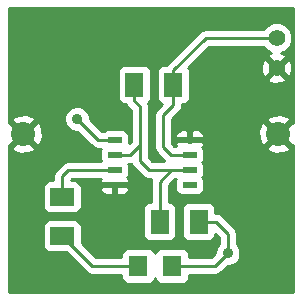
<source format=gtl>
G04 (created by PCBNEW (2013-07-07 BZR 4022)-stable) date 10/4/2013 1:03:36 AM*
%MOIN*%
G04 Gerber Fmt 3.4, Leading zero omitted, Abs format*
%FSLAX34Y34*%
G01*
G70*
G90*
G04 APERTURE LIST*
%ADD10C,0.00590551*%
%ADD11R,0.045X0.02*%
%ADD12R,0.06X0.08*%
%ADD13R,0.08X0.06*%
%ADD14C,0.055*%
%ADD15R,0.0629X0.0709*%
%ADD16C,0.08*%
%ADD17C,0.035*%
%ADD18C,0.01*%
G04 APERTURE END LIST*
G54D10*
G54D11*
X88350Y-54300D03*
X88350Y-54800D03*
X88350Y-55300D03*
X88350Y-55800D03*
X85850Y-55800D03*
X85850Y-55300D03*
X85850Y-54800D03*
X85850Y-54300D03*
G54D12*
X87350Y-57025D03*
X88650Y-57025D03*
X87810Y-52460D03*
X86510Y-52460D03*
G54D13*
X84100Y-56200D03*
X84100Y-57500D03*
G54D14*
X91250Y-51900D03*
X91250Y-50900D03*
G54D15*
X86641Y-58500D03*
X87759Y-58500D03*
G54D16*
X91300Y-54100D03*
X82800Y-54100D03*
G54D17*
X89620Y-58080D03*
X84600Y-53600D03*
G54D18*
X88650Y-57025D02*
X89225Y-57025D01*
X89200Y-58500D02*
X89620Y-58080D01*
X89200Y-58500D02*
X87759Y-58500D01*
X89620Y-57420D02*
X89620Y-58080D01*
X89225Y-57025D02*
X89620Y-57420D01*
X85850Y-54300D02*
X85300Y-54300D01*
X85300Y-54300D02*
X84600Y-53600D01*
X87810Y-52460D02*
X87810Y-51970D01*
X88880Y-50900D02*
X91250Y-50900D01*
X87810Y-51970D02*
X88880Y-50900D01*
X87810Y-52460D02*
X87810Y-53130D01*
X87720Y-54800D02*
X88350Y-54800D01*
X87460Y-54540D02*
X87720Y-54800D01*
X87460Y-53480D02*
X87460Y-54540D01*
X87810Y-53130D02*
X87460Y-53480D01*
X84100Y-56200D02*
X84100Y-55500D01*
X84300Y-55300D02*
X85850Y-55300D01*
X84100Y-55500D02*
X84300Y-55300D01*
X87350Y-57025D02*
X87350Y-55690D01*
X87350Y-55690D02*
X87740Y-55300D01*
X86680Y-54480D02*
X86680Y-55000D01*
X86980Y-55300D02*
X87740Y-55300D01*
X87740Y-55300D02*
X88350Y-55300D01*
X86680Y-55000D02*
X86980Y-55300D01*
X86510Y-52460D02*
X86510Y-53010D01*
X86360Y-54800D02*
X85850Y-54800D01*
X86680Y-54480D02*
X86360Y-54800D01*
X86680Y-53180D02*
X86680Y-54480D01*
X86510Y-53010D02*
X86680Y-53180D01*
X86641Y-58500D02*
X85100Y-58500D01*
X85100Y-58500D02*
X84100Y-57500D01*
G54D10*
G36*
X91780Y-59380D02*
X91687Y-59380D01*
X91687Y-54558D01*
X91300Y-54170D01*
X91229Y-54241D01*
X91229Y-54100D01*
X90841Y-53712D01*
X90735Y-53752D01*
X90645Y-53994D01*
X90655Y-54252D01*
X90735Y-54447D01*
X90841Y-54487D01*
X91229Y-54100D01*
X91229Y-54241D01*
X90912Y-54558D01*
X90952Y-54664D01*
X91194Y-54754D01*
X91452Y-54744D01*
X91647Y-54664D01*
X91687Y-54558D01*
X91687Y-59380D01*
X90045Y-59380D01*
X90045Y-57995D01*
X89980Y-57839D01*
X89920Y-57778D01*
X89920Y-57420D01*
X89897Y-57305D01*
X89832Y-57207D01*
X89832Y-57207D01*
X89437Y-56812D01*
X89339Y-56747D01*
X89225Y-56725D01*
X89200Y-56725D01*
X89200Y-56575D01*
X89162Y-56483D01*
X89091Y-56413D01*
X88999Y-56375D01*
X88900Y-56374D01*
X88300Y-56374D01*
X88208Y-56412D01*
X88138Y-56483D01*
X88100Y-56575D01*
X88099Y-56674D01*
X88099Y-57474D01*
X88137Y-57566D01*
X88208Y-57636D01*
X88300Y-57674D01*
X88399Y-57675D01*
X88999Y-57675D01*
X89091Y-57637D01*
X89161Y-57566D01*
X89199Y-57474D01*
X89200Y-57424D01*
X89320Y-57544D01*
X89320Y-57778D01*
X89259Y-57838D01*
X89195Y-57995D01*
X89194Y-58080D01*
X89075Y-58200D01*
X88323Y-58200D01*
X88323Y-58095D01*
X88285Y-58004D01*
X88215Y-57933D01*
X88123Y-57895D01*
X88023Y-57895D01*
X87394Y-57895D01*
X87303Y-57933D01*
X87232Y-58003D01*
X87199Y-58082D01*
X87167Y-58004D01*
X87097Y-57933D01*
X87005Y-57895D01*
X86905Y-57895D01*
X86325Y-57895D01*
X86325Y-55949D01*
X86325Y-55912D01*
X86262Y-55850D01*
X85900Y-55850D01*
X85900Y-56087D01*
X85962Y-56150D01*
X86025Y-56150D01*
X86124Y-56149D01*
X86216Y-56111D01*
X86287Y-56041D01*
X86325Y-55949D01*
X86325Y-57895D01*
X86276Y-57895D01*
X86185Y-57933D01*
X86114Y-58003D01*
X86076Y-58095D01*
X86076Y-58195D01*
X86076Y-58200D01*
X85800Y-58200D01*
X85800Y-56087D01*
X85800Y-55850D01*
X85437Y-55850D01*
X85375Y-55912D01*
X85374Y-55949D01*
X85412Y-56041D01*
X85483Y-56111D01*
X85575Y-56149D01*
X85674Y-56150D01*
X85737Y-56150D01*
X85800Y-56087D01*
X85800Y-58200D01*
X85224Y-58200D01*
X84750Y-57725D01*
X84750Y-57150D01*
X84712Y-57058D01*
X84641Y-56988D01*
X84549Y-56950D01*
X84450Y-56949D01*
X83650Y-56949D01*
X83558Y-56987D01*
X83488Y-57058D01*
X83450Y-57150D01*
X83449Y-57249D01*
X83449Y-57849D01*
X83487Y-57941D01*
X83558Y-58011D01*
X83650Y-58049D01*
X83749Y-58050D01*
X84225Y-58050D01*
X84887Y-58712D01*
X84887Y-58712D01*
X84985Y-58777D01*
X85100Y-58800D01*
X86076Y-58800D01*
X86076Y-58904D01*
X86114Y-58995D01*
X86184Y-59066D01*
X86276Y-59104D01*
X86376Y-59104D01*
X87005Y-59104D01*
X87096Y-59066D01*
X87167Y-58996D01*
X87200Y-58917D01*
X87232Y-58995D01*
X87302Y-59066D01*
X87394Y-59104D01*
X87494Y-59104D01*
X88123Y-59104D01*
X88214Y-59066D01*
X88285Y-58996D01*
X88323Y-58904D01*
X88323Y-58804D01*
X88323Y-58800D01*
X89200Y-58800D01*
X89200Y-58799D01*
X89314Y-58777D01*
X89314Y-58777D01*
X89412Y-58712D01*
X89619Y-58504D01*
X89704Y-58505D01*
X89860Y-58440D01*
X89980Y-58321D01*
X90044Y-58164D01*
X90045Y-57995D01*
X90045Y-59380D01*
X83187Y-59380D01*
X83187Y-54558D01*
X82800Y-54170D01*
X82412Y-54558D01*
X82452Y-54664D01*
X82694Y-54754D01*
X82952Y-54744D01*
X83147Y-54664D01*
X83187Y-54558D01*
X83187Y-59380D01*
X82319Y-59380D01*
X82319Y-54479D01*
X82341Y-54487D01*
X82729Y-54100D01*
X82341Y-53712D01*
X82319Y-53720D01*
X82319Y-49919D01*
X91780Y-49919D01*
X91780Y-53720D01*
X91779Y-53720D01*
X91779Y-51975D01*
X91775Y-51887D01*
X91775Y-50796D01*
X91695Y-50603D01*
X91547Y-50455D01*
X91354Y-50375D01*
X91146Y-50374D01*
X90953Y-50454D01*
X90807Y-50600D01*
X88880Y-50600D01*
X88765Y-50622D01*
X88667Y-50687D01*
X87597Y-51757D01*
X87563Y-51809D01*
X87460Y-51809D01*
X87368Y-51847D01*
X87298Y-51918D01*
X87260Y-52010D01*
X87259Y-52109D01*
X87259Y-52909D01*
X87297Y-53001D01*
X87368Y-53071D01*
X87421Y-53094D01*
X87247Y-53267D01*
X87182Y-53365D01*
X87160Y-53480D01*
X87160Y-54540D01*
X87182Y-54654D01*
X87247Y-54752D01*
X87495Y-55000D01*
X87104Y-55000D01*
X86980Y-54875D01*
X86980Y-54480D01*
X86980Y-53180D01*
X86957Y-53066D01*
X87021Y-53001D01*
X87059Y-52909D01*
X87060Y-52810D01*
X87060Y-52010D01*
X87022Y-51918D01*
X86951Y-51848D01*
X86859Y-51810D01*
X86760Y-51809D01*
X86160Y-51809D01*
X86068Y-51847D01*
X85998Y-51918D01*
X85960Y-52010D01*
X85959Y-52109D01*
X85959Y-52909D01*
X85997Y-53001D01*
X86068Y-53071D01*
X86160Y-53109D01*
X86229Y-53110D01*
X86232Y-53124D01*
X86297Y-53222D01*
X86380Y-53304D01*
X86380Y-54355D01*
X86324Y-54410D01*
X86325Y-54350D01*
X86325Y-54150D01*
X86287Y-54058D01*
X86216Y-53988D01*
X86124Y-53950D01*
X86025Y-53949D01*
X85575Y-53949D01*
X85483Y-53987D01*
X85471Y-54000D01*
X85424Y-54000D01*
X85024Y-53600D01*
X85025Y-53515D01*
X84960Y-53359D01*
X84841Y-53239D01*
X84684Y-53175D01*
X84515Y-53174D01*
X84359Y-53239D01*
X84239Y-53358D01*
X84175Y-53515D01*
X84174Y-53684D01*
X84239Y-53840D01*
X84358Y-53960D01*
X84515Y-54024D01*
X84600Y-54025D01*
X85087Y-54512D01*
X85087Y-54512D01*
X85185Y-54577D01*
X85299Y-54599D01*
X85300Y-54600D01*
X85395Y-54600D01*
X85375Y-54650D01*
X85374Y-54749D01*
X85374Y-54949D01*
X85395Y-55000D01*
X84300Y-55000D01*
X84185Y-55022D01*
X84087Y-55087D01*
X83887Y-55287D01*
X83822Y-55385D01*
X83800Y-55500D01*
X83800Y-55649D01*
X83650Y-55649D01*
X83558Y-55687D01*
X83488Y-55758D01*
X83454Y-55839D01*
X83454Y-54205D01*
X83444Y-53947D01*
X83364Y-53752D01*
X83258Y-53712D01*
X83187Y-53783D01*
X83187Y-53641D01*
X83147Y-53535D01*
X82905Y-53445D01*
X82647Y-53455D01*
X82452Y-53535D01*
X82412Y-53641D01*
X82800Y-54029D01*
X83187Y-53641D01*
X83187Y-53783D01*
X82870Y-54100D01*
X83258Y-54487D01*
X83364Y-54447D01*
X83454Y-54205D01*
X83454Y-55839D01*
X83450Y-55850D01*
X83449Y-55949D01*
X83449Y-56549D01*
X83487Y-56641D01*
X83558Y-56711D01*
X83650Y-56749D01*
X83749Y-56750D01*
X84549Y-56750D01*
X84641Y-56712D01*
X84711Y-56641D01*
X84749Y-56549D01*
X84750Y-56450D01*
X84750Y-55850D01*
X84712Y-55758D01*
X84641Y-55688D01*
X84549Y-55650D01*
X84450Y-55649D01*
X84400Y-55649D01*
X84400Y-55624D01*
X84424Y-55600D01*
X85395Y-55600D01*
X85374Y-55650D01*
X85375Y-55687D01*
X85437Y-55750D01*
X85800Y-55750D01*
X85800Y-55742D01*
X85900Y-55742D01*
X85900Y-55750D01*
X86262Y-55750D01*
X86325Y-55687D01*
X86325Y-55650D01*
X86287Y-55558D01*
X86278Y-55550D01*
X86286Y-55541D01*
X86324Y-55449D01*
X86325Y-55350D01*
X86325Y-55150D01*
X86304Y-55100D01*
X86360Y-55100D01*
X86360Y-55099D01*
X86398Y-55092D01*
X86402Y-55114D01*
X86467Y-55212D01*
X86767Y-55512D01*
X86767Y-55512D01*
X86865Y-55577D01*
X86979Y-55599D01*
X86980Y-55600D01*
X87067Y-55600D01*
X87050Y-55690D01*
X87050Y-56374D01*
X87000Y-56374D01*
X86908Y-56412D01*
X86838Y-56483D01*
X86800Y-56575D01*
X86799Y-56674D01*
X86799Y-57474D01*
X86837Y-57566D01*
X86908Y-57636D01*
X87000Y-57674D01*
X87099Y-57675D01*
X87699Y-57675D01*
X87791Y-57637D01*
X87861Y-57566D01*
X87899Y-57474D01*
X87900Y-57375D01*
X87900Y-56575D01*
X87862Y-56483D01*
X87791Y-56413D01*
X87699Y-56375D01*
X87650Y-56375D01*
X87650Y-55814D01*
X87864Y-55600D01*
X87895Y-55600D01*
X87875Y-55650D01*
X87874Y-55749D01*
X87874Y-55949D01*
X87912Y-56041D01*
X87983Y-56111D01*
X88075Y-56149D01*
X88174Y-56150D01*
X88624Y-56150D01*
X88716Y-56112D01*
X88786Y-56041D01*
X88824Y-55949D01*
X88825Y-55850D01*
X88825Y-55650D01*
X88787Y-55558D01*
X88778Y-55550D01*
X88786Y-55541D01*
X88824Y-55449D01*
X88825Y-55350D01*
X88825Y-55150D01*
X88787Y-55058D01*
X88778Y-55050D01*
X88786Y-55041D01*
X88824Y-54949D01*
X88825Y-54850D01*
X88825Y-54650D01*
X88787Y-54558D01*
X88778Y-54550D01*
X88787Y-54541D01*
X88825Y-54449D01*
X88825Y-54150D01*
X88787Y-54058D01*
X88716Y-53988D01*
X88624Y-53950D01*
X88525Y-53949D01*
X88462Y-53950D01*
X88400Y-54012D01*
X88400Y-54250D01*
X88762Y-54250D01*
X88825Y-54187D01*
X88825Y-54150D01*
X88825Y-54449D01*
X88825Y-54412D01*
X88762Y-54350D01*
X88400Y-54350D01*
X88400Y-54357D01*
X88300Y-54357D01*
X88300Y-54350D01*
X88300Y-54250D01*
X88300Y-54012D01*
X88237Y-53950D01*
X88174Y-53949D01*
X88075Y-53950D01*
X87983Y-53988D01*
X87912Y-54058D01*
X87874Y-54150D01*
X87875Y-54187D01*
X87937Y-54250D01*
X88300Y-54250D01*
X88300Y-54350D01*
X87937Y-54350D01*
X87875Y-54412D01*
X87874Y-54449D01*
X87895Y-54500D01*
X87844Y-54500D01*
X87760Y-54415D01*
X87760Y-53604D01*
X88022Y-53342D01*
X88022Y-53342D01*
X88087Y-53244D01*
X88109Y-53130D01*
X88110Y-53130D01*
X88110Y-53110D01*
X88159Y-53110D01*
X88251Y-53072D01*
X88321Y-53001D01*
X88359Y-52909D01*
X88360Y-52810D01*
X88360Y-52010D01*
X88322Y-51918D01*
X88303Y-51900D01*
X89004Y-51200D01*
X90807Y-51200D01*
X90952Y-51344D01*
X91078Y-51397D01*
X90977Y-51439D01*
X90952Y-51532D01*
X91250Y-51829D01*
X91547Y-51532D01*
X91522Y-51439D01*
X91412Y-51400D01*
X91547Y-51345D01*
X91694Y-51197D01*
X91774Y-51004D01*
X91775Y-50796D01*
X91775Y-51887D01*
X91768Y-51767D01*
X91710Y-51627D01*
X91617Y-51602D01*
X91320Y-51900D01*
X91617Y-52197D01*
X91710Y-52172D01*
X91779Y-51975D01*
X91779Y-53720D01*
X91758Y-53712D01*
X91687Y-53783D01*
X91687Y-53641D01*
X91647Y-53535D01*
X91547Y-53498D01*
X91547Y-52267D01*
X91250Y-51970D01*
X91179Y-52041D01*
X91179Y-51900D01*
X90882Y-51602D01*
X90789Y-51627D01*
X90720Y-51824D01*
X90731Y-52032D01*
X90789Y-52172D01*
X90882Y-52197D01*
X91179Y-51900D01*
X91179Y-52041D01*
X90952Y-52267D01*
X90977Y-52360D01*
X91174Y-52429D01*
X91382Y-52418D01*
X91522Y-52360D01*
X91547Y-52267D01*
X91547Y-53498D01*
X91405Y-53445D01*
X91147Y-53455D01*
X90952Y-53535D01*
X90912Y-53641D01*
X91300Y-54029D01*
X91687Y-53641D01*
X91687Y-53783D01*
X91370Y-54100D01*
X91758Y-54487D01*
X91780Y-54479D01*
X91780Y-59380D01*
X91780Y-59380D01*
G37*
G54D18*
X91780Y-59380D02*
X91687Y-59380D01*
X91687Y-54558D01*
X91300Y-54170D01*
X91229Y-54241D01*
X91229Y-54100D01*
X90841Y-53712D01*
X90735Y-53752D01*
X90645Y-53994D01*
X90655Y-54252D01*
X90735Y-54447D01*
X90841Y-54487D01*
X91229Y-54100D01*
X91229Y-54241D01*
X90912Y-54558D01*
X90952Y-54664D01*
X91194Y-54754D01*
X91452Y-54744D01*
X91647Y-54664D01*
X91687Y-54558D01*
X91687Y-59380D01*
X90045Y-59380D01*
X90045Y-57995D01*
X89980Y-57839D01*
X89920Y-57778D01*
X89920Y-57420D01*
X89897Y-57305D01*
X89832Y-57207D01*
X89832Y-57207D01*
X89437Y-56812D01*
X89339Y-56747D01*
X89225Y-56725D01*
X89200Y-56725D01*
X89200Y-56575D01*
X89162Y-56483D01*
X89091Y-56413D01*
X88999Y-56375D01*
X88900Y-56374D01*
X88300Y-56374D01*
X88208Y-56412D01*
X88138Y-56483D01*
X88100Y-56575D01*
X88099Y-56674D01*
X88099Y-57474D01*
X88137Y-57566D01*
X88208Y-57636D01*
X88300Y-57674D01*
X88399Y-57675D01*
X88999Y-57675D01*
X89091Y-57637D01*
X89161Y-57566D01*
X89199Y-57474D01*
X89200Y-57424D01*
X89320Y-57544D01*
X89320Y-57778D01*
X89259Y-57838D01*
X89195Y-57995D01*
X89194Y-58080D01*
X89075Y-58200D01*
X88323Y-58200D01*
X88323Y-58095D01*
X88285Y-58004D01*
X88215Y-57933D01*
X88123Y-57895D01*
X88023Y-57895D01*
X87394Y-57895D01*
X87303Y-57933D01*
X87232Y-58003D01*
X87199Y-58082D01*
X87167Y-58004D01*
X87097Y-57933D01*
X87005Y-57895D01*
X86905Y-57895D01*
X86325Y-57895D01*
X86325Y-55949D01*
X86325Y-55912D01*
X86262Y-55850D01*
X85900Y-55850D01*
X85900Y-56087D01*
X85962Y-56150D01*
X86025Y-56150D01*
X86124Y-56149D01*
X86216Y-56111D01*
X86287Y-56041D01*
X86325Y-55949D01*
X86325Y-57895D01*
X86276Y-57895D01*
X86185Y-57933D01*
X86114Y-58003D01*
X86076Y-58095D01*
X86076Y-58195D01*
X86076Y-58200D01*
X85800Y-58200D01*
X85800Y-56087D01*
X85800Y-55850D01*
X85437Y-55850D01*
X85375Y-55912D01*
X85374Y-55949D01*
X85412Y-56041D01*
X85483Y-56111D01*
X85575Y-56149D01*
X85674Y-56150D01*
X85737Y-56150D01*
X85800Y-56087D01*
X85800Y-58200D01*
X85224Y-58200D01*
X84750Y-57725D01*
X84750Y-57150D01*
X84712Y-57058D01*
X84641Y-56988D01*
X84549Y-56950D01*
X84450Y-56949D01*
X83650Y-56949D01*
X83558Y-56987D01*
X83488Y-57058D01*
X83450Y-57150D01*
X83449Y-57249D01*
X83449Y-57849D01*
X83487Y-57941D01*
X83558Y-58011D01*
X83650Y-58049D01*
X83749Y-58050D01*
X84225Y-58050D01*
X84887Y-58712D01*
X84887Y-58712D01*
X84985Y-58777D01*
X85100Y-58800D01*
X86076Y-58800D01*
X86076Y-58904D01*
X86114Y-58995D01*
X86184Y-59066D01*
X86276Y-59104D01*
X86376Y-59104D01*
X87005Y-59104D01*
X87096Y-59066D01*
X87167Y-58996D01*
X87200Y-58917D01*
X87232Y-58995D01*
X87302Y-59066D01*
X87394Y-59104D01*
X87494Y-59104D01*
X88123Y-59104D01*
X88214Y-59066D01*
X88285Y-58996D01*
X88323Y-58904D01*
X88323Y-58804D01*
X88323Y-58800D01*
X89200Y-58800D01*
X89200Y-58799D01*
X89314Y-58777D01*
X89314Y-58777D01*
X89412Y-58712D01*
X89619Y-58504D01*
X89704Y-58505D01*
X89860Y-58440D01*
X89980Y-58321D01*
X90044Y-58164D01*
X90045Y-57995D01*
X90045Y-59380D01*
X83187Y-59380D01*
X83187Y-54558D01*
X82800Y-54170D01*
X82412Y-54558D01*
X82452Y-54664D01*
X82694Y-54754D01*
X82952Y-54744D01*
X83147Y-54664D01*
X83187Y-54558D01*
X83187Y-59380D01*
X82319Y-59380D01*
X82319Y-54479D01*
X82341Y-54487D01*
X82729Y-54100D01*
X82341Y-53712D01*
X82319Y-53720D01*
X82319Y-49919D01*
X91780Y-49919D01*
X91780Y-53720D01*
X91779Y-53720D01*
X91779Y-51975D01*
X91775Y-51887D01*
X91775Y-50796D01*
X91695Y-50603D01*
X91547Y-50455D01*
X91354Y-50375D01*
X91146Y-50374D01*
X90953Y-50454D01*
X90807Y-50600D01*
X88880Y-50600D01*
X88765Y-50622D01*
X88667Y-50687D01*
X87597Y-51757D01*
X87563Y-51809D01*
X87460Y-51809D01*
X87368Y-51847D01*
X87298Y-51918D01*
X87260Y-52010D01*
X87259Y-52109D01*
X87259Y-52909D01*
X87297Y-53001D01*
X87368Y-53071D01*
X87421Y-53094D01*
X87247Y-53267D01*
X87182Y-53365D01*
X87160Y-53480D01*
X87160Y-54540D01*
X87182Y-54654D01*
X87247Y-54752D01*
X87495Y-55000D01*
X87104Y-55000D01*
X86980Y-54875D01*
X86980Y-54480D01*
X86980Y-53180D01*
X86957Y-53066D01*
X87021Y-53001D01*
X87059Y-52909D01*
X87060Y-52810D01*
X87060Y-52010D01*
X87022Y-51918D01*
X86951Y-51848D01*
X86859Y-51810D01*
X86760Y-51809D01*
X86160Y-51809D01*
X86068Y-51847D01*
X85998Y-51918D01*
X85960Y-52010D01*
X85959Y-52109D01*
X85959Y-52909D01*
X85997Y-53001D01*
X86068Y-53071D01*
X86160Y-53109D01*
X86229Y-53110D01*
X86232Y-53124D01*
X86297Y-53222D01*
X86380Y-53304D01*
X86380Y-54355D01*
X86324Y-54410D01*
X86325Y-54350D01*
X86325Y-54150D01*
X86287Y-54058D01*
X86216Y-53988D01*
X86124Y-53950D01*
X86025Y-53949D01*
X85575Y-53949D01*
X85483Y-53987D01*
X85471Y-54000D01*
X85424Y-54000D01*
X85024Y-53600D01*
X85025Y-53515D01*
X84960Y-53359D01*
X84841Y-53239D01*
X84684Y-53175D01*
X84515Y-53174D01*
X84359Y-53239D01*
X84239Y-53358D01*
X84175Y-53515D01*
X84174Y-53684D01*
X84239Y-53840D01*
X84358Y-53960D01*
X84515Y-54024D01*
X84600Y-54025D01*
X85087Y-54512D01*
X85087Y-54512D01*
X85185Y-54577D01*
X85299Y-54599D01*
X85300Y-54600D01*
X85395Y-54600D01*
X85375Y-54650D01*
X85374Y-54749D01*
X85374Y-54949D01*
X85395Y-55000D01*
X84300Y-55000D01*
X84185Y-55022D01*
X84087Y-55087D01*
X83887Y-55287D01*
X83822Y-55385D01*
X83800Y-55500D01*
X83800Y-55649D01*
X83650Y-55649D01*
X83558Y-55687D01*
X83488Y-55758D01*
X83454Y-55839D01*
X83454Y-54205D01*
X83444Y-53947D01*
X83364Y-53752D01*
X83258Y-53712D01*
X83187Y-53783D01*
X83187Y-53641D01*
X83147Y-53535D01*
X82905Y-53445D01*
X82647Y-53455D01*
X82452Y-53535D01*
X82412Y-53641D01*
X82800Y-54029D01*
X83187Y-53641D01*
X83187Y-53783D01*
X82870Y-54100D01*
X83258Y-54487D01*
X83364Y-54447D01*
X83454Y-54205D01*
X83454Y-55839D01*
X83450Y-55850D01*
X83449Y-55949D01*
X83449Y-56549D01*
X83487Y-56641D01*
X83558Y-56711D01*
X83650Y-56749D01*
X83749Y-56750D01*
X84549Y-56750D01*
X84641Y-56712D01*
X84711Y-56641D01*
X84749Y-56549D01*
X84750Y-56450D01*
X84750Y-55850D01*
X84712Y-55758D01*
X84641Y-55688D01*
X84549Y-55650D01*
X84450Y-55649D01*
X84400Y-55649D01*
X84400Y-55624D01*
X84424Y-55600D01*
X85395Y-55600D01*
X85374Y-55650D01*
X85375Y-55687D01*
X85437Y-55750D01*
X85800Y-55750D01*
X85800Y-55742D01*
X85900Y-55742D01*
X85900Y-55750D01*
X86262Y-55750D01*
X86325Y-55687D01*
X86325Y-55650D01*
X86287Y-55558D01*
X86278Y-55550D01*
X86286Y-55541D01*
X86324Y-55449D01*
X86325Y-55350D01*
X86325Y-55150D01*
X86304Y-55100D01*
X86360Y-55100D01*
X86360Y-55099D01*
X86398Y-55092D01*
X86402Y-55114D01*
X86467Y-55212D01*
X86767Y-55512D01*
X86767Y-55512D01*
X86865Y-55577D01*
X86979Y-55599D01*
X86980Y-55600D01*
X87067Y-55600D01*
X87050Y-55690D01*
X87050Y-56374D01*
X87000Y-56374D01*
X86908Y-56412D01*
X86838Y-56483D01*
X86800Y-56575D01*
X86799Y-56674D01*
X86799Y-57474D01*
X86837Y-57566D01*
X86908Y-57636D01*
X87000Y-57674D01*
X87099Y-57675D01*
X87699Y-57675D01*
X87791Y-57637D01*
X87861Y-57566D01*
X87899Y-57474D01*
X87900Y-57375D01*
X87900Y-56575D01*
X87862Y-56483D01*
X87791Y-56413D01*
X87699Y-56375D01*
X87650Y-56375D01*
X87650Y-55814D01*
X87864Y-55600D01*
X87895Y-55600D01*
X87875Y-55650D01*
X87874Y-55749D01*
X87874Y-55949D01*
X87912Y-56041D01*
X87983Y-56111D01*
X88075Y-56149D01*
X88174Y-56150D01*
X88624Y-56150D01*
X88716Y-56112D01*
X88786Y-56041D01*
X88824Y-55949D01*
X88825Y-55850D01*
X88825Y-55650D01*
X88787Y-55558D01*
X88778Y-55550D01*
X88786Y-55541D01*
X88824Y-55449D01*
X88825Y-55350D01*
X88825Y-55150D01*
X88787Y-55058D01*
X88778Y-55050D01*
X88786Y-55041D01*
X88824Y-54949D01*
X88825Y-54850D01*
X88825Y-54650D01*
X88787Y-54558D01*
X88778Y-54550D01*
X88787Y-54541D01*
X88825Y-54449D01*
X88825Y-54150D01*
X88787Y-54058D01*
X88716Y-53988D01*
X88624Y-53950D01*
X88525Y-53949D01*
X88462Y-53950D01*
X88400Y-54012D01*
X88400Y-54250D01*
X88762Y-54250D01*
X88825Y-54187D01*
X88825Y-54150D01*
X88825Y-54449D01*
X88825Y-54412D01*
X88762Y-54350D01*
X88400Y-54350D01*
X88400Y-54357D01*
X88300Y-54357D01*
X88300Y-54350D01*
X88300Y-54250D01*
X88300Y-54012D01*
X88237Y-53950D01*
X88174Y-53949D01*
X88075Y-53950D01*
X87983Y-53988D01*
X87912Y-54058D01*
X87874Y-54150D01*
X87875Y-54187D01*
X87937Y-54250D01*
X88300Y-54250D01*
X88300Y-54350D01*
X87937Y-54350D01*
X87875Y-54412D01*
X87874Y-54449D01*
X87895Y-54500D01*
X87844Y-54500D01*
X87760Y-54415D01*
X87760Y-53604D01*
X88022Y-53342D01*
X88022Y-53342D01*
X88087Y-53244D01*
X88109Y-53130D01*
X88110Y-53130D01*
X88110Y-53110D01*
X88159Y-53110D01*
X88251Y-53072D01*
X88321Y-53001D01*
X88359Y-52909D01*
X88360Y-52810D01*
X88360Y-52010D01*
X88322Y-51918D01*
X88303Y-51900D01*
X89004Y-51200D01*
X90807Y-51200D01*
X90952Y-51344D01*
X91078Y-51397D01*
X90977Y-51439D01*
X90952Y-51532D01*
X91250Y-51829D01*
X91547Y-51532D01*
X91522Y-51439D01*
X91412Y-51400D01*
X91547Y-51345D01*
X91694Y-51197D01*
X91774Y-51004D01*
X91775Y-50796D01*
X91775Y-51887D01*
X91768Y-51767D01*
X91710Y-51627D01*
X91617Y-51602D01*
X91320Y-51900D01*
X91617Y-52197D01*
X91710Y-52172D01*
X91779Y-51975D01*
X91779Y-53720D01*
X91758Y-53712D01*
X91687Y-53783D01*
X91687Y-53641D01*
X91647Y-53535D01*
X91547Y-53498D01*
X91547Y-52267D01*
X91250Y-51970D01*
X91179Y-52041D01*
X91179Y-51900D01*
X90882Y-51602D01*
X90789Y-51627D01*
X90720Y-51824D01*
X90731Y-52032D01*
X90789Y-52172D01*
X90882Y-52197D01*
X91179Y-51900D01*
X91179Y-52041D01*
X90952Y-52267D01*
X90977Y-52360D01*
X91174Y-52429D01*
X91382Y-52418D01*
X91522Y-52360D01*
X91547Y-52267D01*
X91547Y-53498D01*
X91405Y-53445D01*
X91147Y-53455D01*
X90952Y-53535D01*
X90912Y-53641D01*
X91300Y-54029D01*
X91687Y-53641D01*
X91687Y-53783D01*
X91370Y-54100D01*
X91758Y-54487D01*
X91780Y-54479D01*
X91780Y-59380D01*
M02*

</source>
